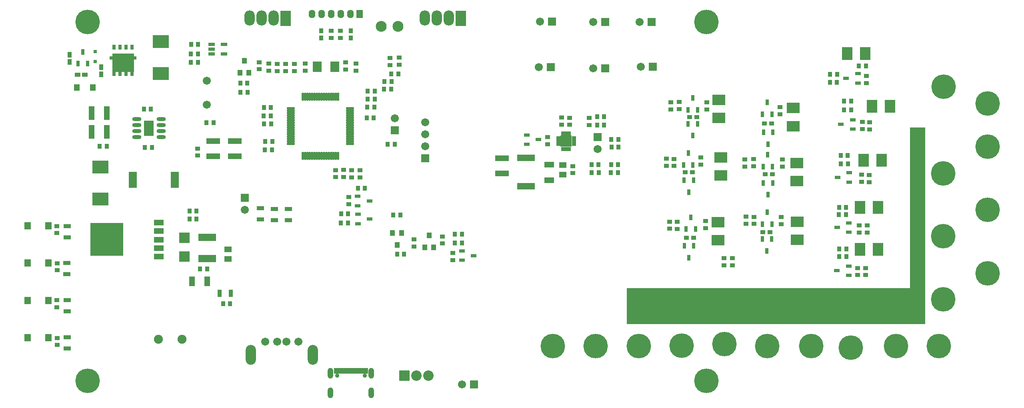
<source format=gts>
G04*
G04 #@! TF.GenerationSoftware,Altium Limited,Altium Designer,23.10.1 (27)*
G04*
G04 Layer_Color=8388736*
%FSLAX25Y25*%
%MOIN*%
G70*
G04*
G04 #@! TF.SameCoordinates,4B5F03CF-9F67-499E-902A-73A7A51B6F95*
G04*
G04*
G04 #@! TF.FilePolarity,Negative*
G04*
G01*
G75*
%ADD64R,2.36600X0.30300*%
%ADD65R,0.13100X1.63900*%
%ADD66R,0.03359X0.06115*%
%ADD67R,0.01902X0.03418*%
%ADD68R,0.03418X0.01902*%
%ADD69R,0.09225X0.09225*%
%ADD70R,0.01981X0.04737*%
%ADD71R,0.08083X0.04540*%
%ADD72R,0.27572X0.27572*%
%ADD73R,0.05642X0.06154*%
%ADD74R,0.05524X0.02769*%
%ADD75R,0.04737X0.03162*%
%ADD76R,0.04343X0.04540*%
%ADD77R,0.04343X0.04540*%
%ADD78R,0.08280X0.12611*%
%ADD79O,0.07690X0.03162*%
%ADD80R,0.03950X0.03800*%
%ADD81R,0.08674X0.08674*%
%ADD82O,0.01981X0.07099*%
%ADD83O,0.07099X0.01981*%
%ADD84R,0.01981X0.07099*%
%ADD85R,0.10642X0.08674*%
%ADD86R,0.02572X0.03123*%
%ADD87R,0.07493X0.08674*%
%ADD88R,0.07099X0.13398*%
%ADD89R,0.14580X0.05524*%
%ADD90R,0.11430X0.04737*%
%ADD91R,0.07887X0.04737*%
%ADD92R,0.04737X0.07887*%
%ADD93R,0.05918X0.04737*%
%ADD94R,0.03556X0.04147*%
%ADD95R,0.04147X0.03556*%
%ADD96R,0.06115X0.03359*%
%ADD97R,0.10642X0.15210*%
%ADD98R,0.08674X0.15210*%
%ADD99R,0.07099X0.02769*%
%ADD100R,0.02926X0.04343*%
%ADD101R,0.03800X0.03950*%
%ADD102R,0.03162X0.04737*%
%ADD103R,0.05131X0.05524*%
%ADD104R,0.13792X0.10642*%
%ADD105R,0.03800X0.04800*%
%ADD106R,0.04800X0.03800*%
%ADD107R,0.04737X0.11430*%
%ADD108R,0.14580X0.05918*%
%ADD109R,0.08674X0.10642*%
%ADD110C,0.06706*%
%ADD111O,0.08674X0.16548*%
%ADD112O,0.04737X0.09068*%
%ADD113C,0.03438*%
%ADD114R,0.06706X0.06706*%
%ADD115C,0.09068*%
%ADD116R,0.06706X0.06706*%
%ADD117C,0.20485*%
%ADD118C,0.07480*%
%ADD119R,0.05524X0.07099*%
%ADD120O,0.05524X0.07099*%
%ADD121O,0.08674X0.12611*%
%ADD122R,0.08674X0.12611*%
%ADD123C,0.08674*%
%ADD124R,0.08674X0.08674*%
D64*
X627115Y77565D02*
D03*
D65*
X751265Y144565D02*
D03*
D66*
X178749Y88300D02*
D03*
X169300D02*
D03*
D67*
X455262Y208689D02*
D03*
X457231D02*
D03*
X459199D02*
D03*
X461168D02*
D03*
Y221741D02*
D03*
X459199D02*
D03*
X457231D02*
D03*
X455262D02*
D03*
D68*
X464741Y212262D02*
D03*
Y214231D02*
D03*
Y216199D02*
D03*
Y218168D02*
D03*
X451689D02*
D03*
Y216199D02*
D03*
Y214231D02*
D03*
Y212262D02*
D03*
D69*
X458215Y215215D02*
D03*
D70*
X265711Y23700D02*
D03*
X266892D02*
D03*
X268861D02*
D03*
X270042D02*
D03*
X272010D02*
D03*
X273979D02*
D03*
X275947D02*
D03*
X277916D02*
D03*
X279884D02*
D03*
X281853D02*
D03*
X283821D02*
D03*
X285790D02*
D03*
X287758D02*
D03*
X288939D02*
D03*
X292089D02*
D03*
X290908D02*
D03*
D71*
X118900Y118900D02*
D03*
Y125987D02*
D03*
Y133073D02*
D03*
Y140160D02*
D03*
Y147247D02*
D03*
D72*
X75593Y133353D02*
D03*
D73*
X26790Y113462D02*
D03*
X9586D02*
D03*
X26790Y82295D02*
D03*
X9586D02*
D03*
X26790Y51129D02*
D03*
X9586D02*
D03*
X26790Y144629D02*
D03*
X9586D02*
D03*
D74*
X162782Y295837D02*
D03*
Y291900D02*
D03*
Y287963D02*
D03*
X173018D02*
D03*
Y295837D02*
D03*
D75*
X425350Y212541D02*
D03*
X435192Y216478D02*
D03*
X425350Y220415D02*
D03*
X371300Y115826D02*
D03*
X381143Y119763D02*
D03*
X371300Y123700D02*
D03*
X284600Y161426D02*
D03*
X294443Y165363D02*
D03*
X284600Y169300D02*
D03*
X284700Y146426D02*
D03*
X294543Y150363D02*
D03*
X284700Y154300D02*
D03*
X701415Y263615D02*
D03*
X691573Y267552D02*
D03*
X701415Y271489D02*
D03*
X693615Y103215D02*
D03*
X683773Y107152D02*
D03*
X693615Y111089D02*
D03*
X694215Y181115D02*
D03*
X684373Y185052D02*
D03*
X694215Y188989D02*
D03*
X693815Y139215D02*
D03*
X683973Y143152D02*
D03*
X693815Y147089D02*
D03*
X697115Y225215D02*
D03*
X687273Y229152D02*
D03*
X697115Y233089D02*
D03*
D76*
X190200Y282221D02*
D03*
X186460Y272379D02*
D03*
X340460Y126779D02*
D03*
X344200Y136621D02*
D03*
X321040Y138621D02*
D03*
X317300Y128779D02*
D03*
D77*
X193940Y272379D02*
D03*
X347940Y126779D02*
D03*
X313560Y138621D02*
D03*
D78*
X110600Y226000D02*
D03*
D79*
X100364Y233500D02*
D03*
Y228500D02*
D03*
Y223500D02*
D03*
Y218500D02*
D03*
X120836Y233500D02*
D03*
Y228500D02*
D03*
Y223500D02*
D03*
Y218500D02*
D03*
D80*
X561115Y235415D02*
D03*
X567115D02*
D03*
X564315Y134515D02*
D03*
X558315D02*
D03*
X628215Y139315D02*
D03*
X622215D02*
D03*
X630215Y187615D02*
D03*
X624215D02*
D03*
X563515Y189415D02*
D03*
X557515D02*
D03*
X629415Y229915D02*
D03*
X623415D02*
D03*
D81*
X140200Y134748D02*
D03*
Y119000D02*
D03*
D82*
X238672Y252300D02*
D03*
X242610D02*
D03*
X240641D02*
D03*
X244578D02*
D03*
X268200Y203087D02*
D03*
X266231D02*
D03*
X264263D02*
D03*
X262295D02*
D03*
X260326D02*
D03*
X258358D02*
D03*
X256389D02*
D03*
X254420D02*
D03*
X252452D02*
D03*
X250483D02*
D03*
X248515D02*
D03*
X246547D02*
D03*
X244578D02*
D03*
X242610D02*
D03*
X240641D02*
D03*
X238672D02*
D03*
X246547Y252300D02*
D03*
X248515D02*
D03*
X250483D02*
D03*
X252452D02*
D03*
X254420D02*
D03*
X256389D02*
D03*
X258358D02*
D03*
X262295D02*
D03*
X264263D02*
D03*
X266231D02*
D03*
X260326D02*
D03*
D83*
X278043Y242458D02*
D03*
Y240489D02*
D03*
Y238521D02*
D03*
Y236552D02*
D03*
Y234583D02*
D03*
Y232615D02*
D03*
Y230646D02*
D03*
Y228678D02*
D03*
Y226710D02*
D03*
Y224741D02*
D03*
Y222773D02*
D03*
Y220804D02*
D03*
Y218835D02*
D03*
Y216867D02*
D03*
Y214898D02*
D03*
Y212930D02*
D03*
X228830D02*
D03*
Y214898D02*
D03*
Y216867D02*
D03*
Y218835D02*
D03*
Y220804D02*
D03*
Y222773D02*
D03*
Y224741D02*
D03*
Y226710D02*
D03*
Y228678D02*
D03*
Y230646D02*
D03*
Y232615D02*
D03*
Y234583D02*
D03*
Y236552D02*
D03*
Y238521D02*
D03*
Y240489D02*
D03*
Y242458D02*
D03*
D84*
X268200Y252300D02*
D03*
D85*
X585515Y249554D02*
D03*
Y234476D02*
D03*
X584815Y132576D02*
D03*
Y147654D02*
D03*
X650915Y132976D02*
D03*
Y148054D02*
D03*
X650515Y181976D02*
D03*
Y197054D02*
D03*
X587215Y186676D02*
D03*
Y201754D02*
D03*
X647315Y227776D02*
D03*
Y242854D02*
D03*
D86*
X65900Y290054D02*
D03*
Y281747D02*
D03*
D87*
X250800Y277400D02*
D03*
X265367D02*
D03*
D88*
X132199Y183079D02*
D03*
X97159D02*
D03*
D89*
X424615Y177515D02*
D03*
Y201137D02*
D03*
D90*
X404715Y188220D02*
D03*
Y201015D02*
D03*
X164000Y202500D02*
D03*
Y215295D02*
D03*
X182000Y202500D02*
D03*
Y215295D02*
D03*
D91*
X444215Y182715D02*
D03*
Y195510D02*
D03*
D92*
X146400Y98400D02*
D03*
X159195D02*
D03*
D93*
X176500Y124874D02*
D03*
Y117000D02*
D03*
X455415Y187341D02*
D03*
Y195215D02*
D03*
D94*
X172294Y79700D02*
D03*
X178200D02*
D03*
X479554Y188937D02*
D03*
X485460D02*
D03*
X501826Y216715D02*
D03*
X495921D02*
D03*
X323205Y121100D02*
D03*
X317300D02*
D03*
X320005Y153500D02*
D03*
X314100D02*
D03*
X309594Y212500D02*
D03*
X315500D02*
D03*
X365394Y130200D02*
D03*
X371300D02*
D03*
X365494Y137500D02*
D03*
X371400D02*
D03*
X151600Y295900D02*
D03*
X145694D02*
D03*
X151406Y288000D02*
D03*
X145500D02*
D03*
X145395Y281000D02*
D03*
X151300D02*
D03*
X297905Y234600D02*
D03*
X292000D02*
D03*
X298800Y256800D02*
D03*
X292895D02*
D03*
X192605Y263600D02*
D03*
X186700D02*
D03*
X186794Y256100D02*
D03*
X192700D02*
D03*
X164506Y230500D02*
D03*
X158600D02*
D03*
X206300Y243200D02*
D03*
X212206D02*
D03*
X206100Y236400D02*
D03*
X212005D02*
D03*
X207100Y208100D02*
D03*
X213005D02*
D03*
X298400Y243700D02*
D03*
X292495D02*
D03*
X207400Y214900D02*
D03*
X213305D02*
D03*
X298800Y250400D02*
D03*
X292895D02*
D03*
X144295Y156900D02*
D03*
X150200D02*
D03*
X144295Y150400D02*
D03*
X150200D02*
D03*
X112206Y242000D02*
D03*
X106300D02*
D03*
X312595Y271200D02*
D03*
X318500D02*
D03*
X212506Y229700D02*
D03*
X206600D02*
D03*
X153200Y108500D02*
D03*
X159106D02*
D03*
X107100Y210000D02*
D03*
X113005D02*
D03*
X69600Y211000D02*
D03*
X75506D02*
D03*
X290600Y175900D02*
D03*
X284695D02*
D03*
X276600Y154600D02*
D03*
X270694D02*
D03*
X270600Y147100D02*
D03*
X276505D02*
D03*
X306795Y264800D02*
D03*
X312700D02*
D03*
X306594Y258600D02*
D03*
X312500D02*
D03*
X501520Y195615D02*
D03*
X495615D02*
D03*
X489921Y228580D02*
D03*
X484015D02*
D03*
X501465Y188937D02*
D03*
X495560D02*
D03*
X484010Y235515D02*
D03*
X489915D02*
D03*
X496015Y210415D02*
D03*
X501921D02*
D03*
X702109Y277915D02*
D03*
X708015D02*
D03*
X678209Y271015D02*
D03*
X684115D02*
D03*
X678010Y264315D02*
D03*
X683915D02*
D03*
X691620Y125215D02*
D03*
X685715D02*
D03*
X692920Y203415D02*
D03*
X687015D02*
D03*
X691620Y119115D02*
D03*
X685715D02*
D03*
X693020Y196215D02*
D03*
X687115D02*
D03*
X691521Y160015D02*
D03*
X685615D02*
D03*
X695720Y241315D02*
D03*
X689815D02*
D03*
X691421Y154015D02*
D03*
X685515D02*
D03*
X695620Y248615D02*
D03*
X689715D02*
D03*
X485260Y195537D02*
D03*
X479354D02*
D03*
D95*
X355100Y135706D02*
D03*
Y129800D02*
D03*
X331300Y133306D02*
D03*
Y127400D02*
D03*
X33788Y144429D02*
D03*
Y138523D02*
D03*
X33888Y82578D02*
D03*
Y76672D02*
D03*
X33988Y51029D02*
D03*
Y45123D02*
D03*
Y113429D02*
D03*
Y107523D02*
D03*
X262400Y301395D02*
D03*
Y307300D02*
D03*
X363800Y122006D02*
D03*
Y116100D02*
D03*
X202500Y275195D02*
D03*
Y281100D02*
D03*
X224300Y273694D02*
D03*
Y279600D02*
D03*
X283000Y274095D02*
D03*
Y280000D02*
D03*
X270200Y301395D02*
D03*
Y307300D02*
D03*
X240800Y273900D02*
D03*
Y279806D02*
D03*
X279300Y184900D02*
D03*
Y190806D02*
D03*
X272700Y185300D02*
D03*
Y191206D02*
D03*
X274300Y274900D02*
D03*
Y280806D02*
D03*
X231800Y279600D02*
D03*
Y273694D02*
D03*
X210300Y279800D02*
D03*
Y273895D02*
D03*
X266200Y185200D02*
D03*
Y191106D02*
D03*
X286400Y184900D02*
D03*
Y190806D02*
D03*
X319000Y278894D02*
D03*
Y284800D02*
D03*
X311500Y278695D02*
D03*
Y284600D02*
D03*
X217400Y279606D02*
D03*
Y273700D02*
D03*
X151200Y203200D02*
D03*
Y209106D02*
D03*
X277200Y168600D02*
D03*
Y162695D02*
D03*
X463715Y188510D02*
D03*
Y194415D02*
D03*
X708315Y269520D02*
D03*
Y263615D02*
D03*
X707815Y103509D02*
D03*
Y109415D02*
D03*
X710715Y181109D02*
D03*
Y187015D02*
D03*
X701215Y109421D02*
D03*
Y103515D02*
D03*
X704315Y187221D02*
D03*
Y181315D02*
D03*
X574315Y148521D02*
D03*
Y142615D02*
D03*
X637315Y152021D02*
D03*
Y146115D02*
D03*
X638415Y199920D02*
D03*
Y194015D02*
D03*
X544315Y142209D02*
D03*
Y148115D02*
D03*
X614715Y146210D02*
D03*
Y152115D02*
D03*
X607215Y194109D02*
D03*
Y200015D02*
D03*
X550715Y148021D02*
D03*
Y142115D02*
D03*
X608115Y152120D02*
D03*
Y146215D02*
D03*
X614515Y200120D02*
D03*
Y194215D02*
D03*
X709115Y139110D02*
D03*
Y145015D02*
D03*
X711115Y225009D02*
D03*
Y230915D02*
D03*
X702315Y145020D02*
D03*
Y139115D02*
D03*
X705015Y231120D02*
D03*
Y225215D02*
D03*
X570515Y201621D02*
D03*
Y195715D02*
D03*
X636315Y243520D02*
D03*
Y237615D02*
D03*
X575515Y247520D02*
D03*
Y241615D02*
D03*
X548150Y194541D02*
D03*
Y200447D02*
D03*
X545315Y241709D02*
D03*
Y247615D02*
D03*
X541750Y200552D02*
D03*
Y194647D02*
D03*
X552315Y242015D02*
D03*
Y247920D02*
D03*
X461115Y234715D02*
D03*
Y228809D02*
D03*
X442615Y218515D02*
D03*
Y212610D02*
D03*
X596815Y117515D02*
D03*
Y111609D02*
D03*
X477315Y228615D02*
D03*
Y234521D02*
D03*
X589815Y117515D02*
D03*
Y111609D02*
D03*
X454515Y229015D02*
D03*
Y234921D02*
D03*
D96*
X42388Y82578D02*
D03*
Y73129D02*
D03*
Y51578D02*
D03*
Y42129D02*
D03*
X42188Y113777D02*
D03*
Y104329D02*
D03*
X42388Y144378D02*
D03*
Y134929D02*
D03*
X226900Y149251D02*
D03*
Y158700D02*
D03*
X215000Y149151D02*
D03*
Y158600D02*
D03*
X203500Y149851D02*
D03*
Y159300D02*
D03*
D97*
X85441Y280472D02*
D03*
D98*
X93683D02*
D03*
D99*
X81188Y284508D02*
D03*
X96936D02*
D03*
D100*
X91562Y293760D02*
D03*
Y271722D02*
D03*
X81562Y293760D02*
D03*
X86562D02*
D03*
X81562Y271722D02*
D03*
X96562Y293760D02*
D03*
Y271722D02*
D03*
X86562D02*
D03*
D101*
X254000Y307300D02*
D03*
Y301300D02*
D03*
X278900Y307300D02*
D03*
Y301300D02*
D03*
D102*
X51526Y279900D02*
D03*
X55463Y289743D02*
D03*
X59400Y279900D02*
D03*
X564515Y127915D02*
D03*
X560578Y118072D02*
D03*
X556641Y127915D02*
D03*
X629515Y133615D02*
D03*
X625578Y123773D02*
D03*
X621641Y133615D02*
D03*
X630415Y180315D02*
D03*
X626478Y170473D02*
D03*
X622541Y180315D02*
D03*
X558115Y141915D02*
D03*
X562052Y151758D02*
D03*
X565989Y141915D02*
D03*
X621915Y146115D02*
D03*
X625852Y155957D02*
D03*
X629789Y146115D02*
D03*
X622315Y194115D02*
D03*
X626252Y203958D02*
D03*
X630189Y194115D02*
D03*
X564315Y182515D02*
D03*
X560378Y172672D02*
D03*
X556441Y182515D02*
D03*
X630515Y222515D02*
D03*
X626578Y212672D02*
D03*
X622641Y222515D02*
D03*
X567715Y229715D02*
D03*
X563778Y219872D02*
D03*
X559841Y229715D02*
D03*
X556015Y195415D02*
D03*
X559952Y205258D02*
D03*
X563889Y195415D02*
D03*
X621815Y237615D02*
D03*
X625752Y247458D02*
D03*
X629689Y237615D02*
D03*
X567789Y241315D02*
D03*
X563852Y251157D02*
D03*
X559915Y241315D02*
D03*
D103*
X63727Y260100D02*
D03*
X50400D02*
D03*
D104*
X120500Y298300D02*
D03*
Y271725D02*
D03*
X70100Y167000D02*
D03*
Y193575D02*
D03*
D105*
X44600Y281202D02*
D03*
Y287399D02*
D03*
X70700Y277098D02*
D03*
Y270902D02*
D03*
D106*
X51038Y270500D02*
D03*
X57235D02*
D03*
D107*
X75600Y238500D02*
D03*
X62805D02*
D03*
X75600Y223000D02*
D03*
X62805D02*
D03*
D108*
X159200Y135000D02*
D03*
Y117283D02*
D03*
D109*
X707454Y288315D02*
D03*
X692376D02*
D03*
X703076Y124815D02*
D03*
X718154D02*
D03*
X705976Y199315D02*
D03*
X721054D02*
D03*
X703176Y160015D02*
D03*
X718254D02*
D03*
X712976Y244415D02*
D03*
X728054D02*
D03*
D110*
X207505Y47924D02*
D03*
X217347D02*
D03*
X225221D02*
D03*
X235064D02*
D03*
X435500Y276800D02*
D03*
X340800Y230800D02*
D03*
Y220800D02*
D03*
Y210800D02*
D03*
X484315Y208515D02*
D03*
X158800Y265600D02*
D03*
Y245600D02*
D03*
X371300Y12300D02*
D03*
X315600Y234200D02*
D03*
X190400Y157800D02*
D03*
X520300Y277400D02*
D03*
X519600Y314600D02*
D03*
X480815Y276015D02*
D03*
X480700Y314600D02*
D03*
X436600Y315000D02*
D03*
X110600Y226000D02*
D03*
D111*
X195300Y36900D02*
D03*
X247269D02*
D03*
D112*
X295908Y21600D02*
D03*
Y5262D02*
D03*
X261892Y21600D02*
D03*
Y5262D02*
D03*
D113*
X267522Y19632D02*
D03*
X290278D02*
D03*
D114*
X445500Y276800D02*
D03*
X381300Y12300D02*
D03*
X530300Y277400D02*
D03*
X529600Y314600D02*
D03*
X490815Y276015D02*
D03*
X490700Y314600D02*
D03*
X446600Y315000D02*
D03*
D115*
X318000Y311000D02*
D03*
X304221D02*
D03*
D116*
X340800Y200800D02*
D03*
X484315Y218515D02*
D03*
X315600Y224200D02*
D03*
X190400Y167800D02*
D03*
D117*
X695600Y43000D02*
D03*
X554315Y44515D02*
D03*
X662515Y44415D02*
D03*
X768915Y44315D02*
D03*
X733159D02*
D03*
X809315Y104915D02*
D03*
X772415Y83415D02*
D03*
X809315Y157815D02*
D03*
X772415Y135848D02*
D03*
X809315Y210715D02*
D03*
X772415Y188282D02*
D03*
X625893Y44315D02*
D03*
X482871D02*
D03*
X447115D02*
D03*
X518626D02*
D03*
X809315Y246715D02*
D03*
X772715Y260615D02*
D03*
X590115Y45915D02*
D03*
X575133Y15308D02*
D03*
Y314521D02*
D03*
X59385D02*
D03*
Y15308D02*
D03*
D118*
X118400Y50000D02*
D03*
X138085D02*
D03*
D119*
X286200Y321400D02*
D03*
D120*
X246514D02*
D03*
X262381D02*
D03*
X254507D02*
D03*
X270452D02*
D03*
X278326D02*
D03*
D121*
X194400Y317894D02*
D03*
X204400D02*
D03*
X214400D02*
D03*
X360600Y318094D02*
D03*
X350600D02*
D03*
X340600D02*
D03*
D122*
X224400Y317500D02*
D03*
X370600Y317700D02*
D03*
D123*
X343600Y19700D02*
D03*
X333600D02*
D03*
D124*
X323600D02*
D03*
M02*

</source>
